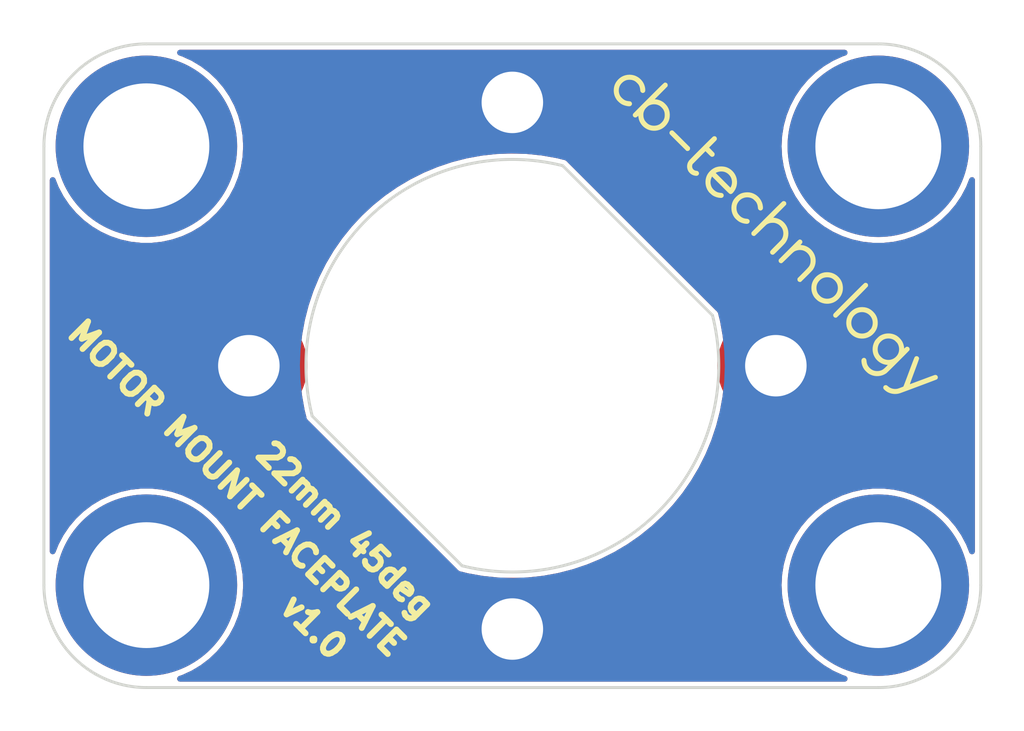
<source format=kicad_pcb>
(kicad_pcb (version 20221018) (generator pcbnew)
  (title_block (title "MOTOR MOUNT FACEPLATE 22mm 45deg") (date "2024-04-17") (rev "v1.0") (company "CB-TECHNOLOGY"))
  (layers (0 "F.Cu" signal) (31 "B.Cu" signal) (34 "B.Paste" user) (35 "F.Paste" user) (36 "B.SilkS" user "B.Silkscreen") (37 "F.SilkS" user "F.Silkscreen") (38 "B.Mask" user) (39 "F.Mask" user) (44 "Edge.Cuts" user))
  (net 0 "")
  (net 1 "GND")
  (footprint "MountingHole:MountingHole_2.2mm_M2_Pad_TopOnly" (layer "F.Cu") (at 209.000055 150 45)
    (fp_text reference "H10" hide)
    (fp_text value "MountingHole_Pad" hide)
    (pad "1" thru_hole circle (at 0 0 45) (size 2.6 2.6) (drill 2.1) (layers "*.Cu" "*.Mask") (net 1 "GND"))
    (pad "1" connect circle (at 0 0 45) (size 4 4) (layers "F.Cu" "F.Mask") (net 1 "GND"))
  )
  (footprint "MountingHole:MountingHole_2.2mm_M2_Pad_TopOnly" (layer "F.Cu") (at 190.999945 150 45)
    (fp_text reference "H6" hide)
    (fp_text value "MountingHole_Pad" hide)
    (pad "1" thru_hole circle (at 0 0 45) (size 2.6 2.6) (drill 2.1) (layers "*.Cu" "*.Mask") (net 1 "GND"))
    (pad "1" connect circle (at 0 0 45) (size 4 4) (layers "F.Cu" "F.Mask") (net 1 "GND"))
  )
  (footprint "M_Mechanical:PEM_M3" (layer "F.Cu") (at 187.5 142.5)
    (fp_text reference "M1" hide)
    (fp_text value "PEM_M3" hide)
    (pad "" np_thru_hole circle (at 0 0) (size 6.2 6.2) (drill 4.3) (layers "F&B.Cu" "*.Mask") (clearance 0.2))
  )
  (footprint "MountingHole:MountingHole_2.2mm_M2_Pad_TopOnly" (layer "F.Cu") (at 200 159.000055 45)
    (fp_text reference "H8" hide)
    (fp_text value "MountingHole_Pad" hide)
    (pad "1" thru_hole circle (at 0 0 45) (size 2.6 2.6) (drill 2.1) (layers "*.Cu" "*.Mask") (net 1 "GND"))
    (pad "1" connect circle (at 0 0 45) (size 3.5 3.5) (layers "F.Cu" "F.Mask") (net 1 "GND"))
  )
  (footprint "M_Mechanical:PEM_M3" (layer "F.Cu") (at 187.5 157.5)
    (fp_text reference "M3" hide)
    (fp_text value "PEM_M3" hide)
    (pad "" np_thru_hole circle (at 0 0) (size 6.2 6.2) (drill 4.3) (layers "F&B.Cu" "*.Mask") (clearance 0.2))
  )
  (footprint "LOGO" (layer "F.Cu") (at 208.9 145.5 -45)
    (fp_text reference "G***" hide)
    (fp_text value "LOGO" hide)
    (fp_poly (pts (xy -4.082202 -0.078916) (xy -4.061472 -0.05949) (xy -4.04828 -0.034516) (xy -4.043677 -0.00601) (xy -4.043684 -0.004982) (xy -4.048443 0.023298) (xy -4.062121 0.047332) (xy -4.0789 0.063268) (xy -4.097199 0.077227) (xy -4.501159 0.078315) (xy -4.574087 0.078505) (xy -4.637718 0.078647) (xy -4.69272 0.078727) (xy -4.739763 0.078731) (xy -4.779514 0.078647) (xy -4.812642 0.078459) (xy -4.839813 0.078156) (xy -4.861698 0.077723) (xy -4.878964 0.077146) (xy -4.892279 0.076411) (xy -4.902311 0.075506) (xy -4.909729 0.074417) (xy -4.9152 0.07313) (xy -4.919394 0.07163) (xy -4.922978 0.069906) (xy -4.923354 0.069707) (xy -4.946043 0.052672) (xy -4.961201 0.030913) (xy -4.968795 0.00627) (xy -4.968793 -0.019418) (xy -4.961162 -0.044312) (xy -4.94587 -0.066573) (xy -4.926041 -0.082529) (xy -4.922881 -0.08427) (xy -4.919099 -0.085788) (xy -4.914031 -0.087098) (xy -4.907012 -0.088216) (xy -4.897378 -0.089157) (xy -4.884464 -0.089935) (xy -4.867607 -0.090567) (xy -4.846141 -0.091068) (xy -4.819403 -0.091452) (xy -4.786728 -0.091735) (xy -4.747452 -0.091933) (xy -4.70091 -0.092061) (xy -4.646438 -0.092133) (xy -4.583373 -0.092165) (xy -4.511049 -0.092173) (xy -4.506168 -0.092173) (xy -4.102234 -0.092173)) (fill solid) (layer "F.SilkS"))
    (fp_poly (pts (xy 3.495223 -1.083969) (xy 3.513783 -1.076582) (xy 3.532611 -1.062839) (xy 3.548279 -1.045641) (xy 3.555646 -1.032829) (xy 3.556641 -1.025496) (xy 3.557565 -1.008879) (xy 3.558418 -0.983654) (xy 3.559201 -0.950498) (xy 3.559913 -0.910087) (xy 3.560554 -0.863098) (xy 3.561125 -0.810206) (xy 3.561626 -0.752089) (xy 3.562056 -0.689422) (xy 3.562416 -0.622883) (xy 3.562706 -0.553147) (xy 3.562926 -0.480891) (xy 3.563076 -0.406791) (xy 3.563155 -0.331525) (xy 3.563165 -0.255767) (xy 3.563104 -0.180195) (xy 3.562974 -0.105485) (xy 3.562774 -0.032314) (xy 3.562504 0.038643) (xy 3.562164 0.106708) (xy 3.561755 0.171206) (xy 3.561276 0.23146) (xy 3.560728 0.286793) (xy 3.56011 0.336529) (xy 3.559423 0.379992) (xy 3.558667 0.416505) (xy 3.557841 0.445392) (xy 3.556946 0.465976) (xy 3.555981 0.477582) (xy 3.555518 0.479711) (xy 3.540169 0.504109) (xy 3.519051 0.521276) (xy 3.493881 0.530562) (xy 3.466373 0.531316) (xy 3.439817 0.523618) (xy 3.417081 0.508269) (xy 3.401155 0.485827) (xy 3.393226 0.462861) (xy 3.392412 0.454204) (xy 3.391686 0.435586) (xy 3.39105 0.407009) (xy 3.390502 0.368475) (xy 3.390042 0.319986) (xy 3.389672 0.261546) (xy 3.38939 0.193156) (xy 3.389196 0.114819) (xy 3.389092 0.026538) (xy 3.389076 -0.071685) (xy 3.389149 -0.179848) (xy 3.389296 -0.288976) (xy 3.38946 -0.388527) (xy 3.389615 -0.478602) (xy 3.389769 -0.55969) (xy 3.389929 -0.632277) (xy 3.390104 -0.696853) (xy 3.3903 -0.753906) (xy 3.390525 -0.803924) (xy 3.390787 -0.847395) (xy 3.391094 -0.884809) (xy 3.391452 -0.916652) (xy 3.391869 -0.943414) (xy 3.392353 -0.965583) (xy 3.392912 -0.983647) (xy 3.393553 -0.998094) (xy 3.394283 -1.009413) (xy 3.395111 -1.018092) (xy 3.396043 -1.02462) (xy 3.397087 -1.029483) (xy 3.398251 -1.033172) (xy 3.399542 -1.036175) (xy 3.400885 -1.038819) (xy 3.41808 -1.061671) (xy 3.441129 -1.077355) (xy 3.46813 -1.084961)) (fill solid) (layer "F.SilkS"))
    (fp_poly (pts (xy 2.709459 -0.537545) (xy 2.778304 -0.52074) (xy 2.843724 -0.494597) (xy 2.905585 -0.459166) (xy 2.96375 -0.414491) (xy 2.983598 -0.396309) (xy 3.020991 -0.358062) (xy 3.051486 -0.320971) (xy 3.077271 -0.282104) (xy 3.099017 -0.241643) (xy 3.125489 -0.176623) (xy 3.143029 -0.108546) (xy 3.151632 -0.038677) (xy 3.151292 0.031717) (xy 3.142002 0.10137) (xy 3.123756 0.169016) (xy 3.101294 0.223797) (xy 3.065324 0.28747) (xy 3.02188 0.345181) (xy 2.971717 0.396331) (xy 2.915587 0.44032) (xy 2.854243 0.476546) (xy 2.788438 0.50441) (xy 2.727912 0.521434) (xy 2.69727 0.526352) (xy 2.6602 0.529583) (xy 2.620005 0.531072) (xy 2.579987 0.530763) (xy 2.543447 0.528601) (xy 2.516115 0.524997) (xy 2.445465 0.50694) (xy 2.378706 0.479875) (xy 2.31639 0.444183) (xy 2.25907 0.400243) (xy 2.207298 0.348436) (xy 2.161625 0.289143) (xy 2.151601 0.273792) (xy 2.119508 0.213898) (xy 2.095913 0.150091) (xy 2.080769 0.083542) (xy 2.074024 0.015422) (xy 2.07481 -0.018123) (xy 2.247073 -0.018123) (xy 2.249528 0.037533) (xy 2.259307 0.09151) (xy 2.276285 0.141205) (xy 2.277407 0.143723) (xy 2.30499 0.193362) (xy 2.340349 0.238591) (xy 2.38213 0.278253) (xy 2.428978 0.311191) (xy 2.479539 0.336246) (xy 2.517229 0.348689) (xy 2.55226 0.355166) (xy 2.592876 0.358364) (xy 2.635249 0.358276) (xy 2.67555 0.354893) (xy 2.706631 0.349091) (xy 2.760732 0.330232) (xy 2.811194 0.302739) (xy 2.856977 0.267599) (xy 2.897041 0.225798) (xy 2.930344 0.178323) (xy 2.955846 0.12616) (xy 2.96305 0.106015) (xy 2.973611 0.061366) (xy 2.978628 0.012142) (xy 2.977967 -0.037865) (xy 2.971495 -0.084864) (xy 2.969998 -0.091489) (xy 2.951589 -0.14746) (xy 2.924447 -0.199703) (xy 2.889461 -0.247083) (xy 2.847517 -0.288463) (xy 2.799506 -0.32271) (xy 2.781048 -0.333) (xy 2.745557 -0.349459) (xy 2.711121 -0.360825) (xy 2.674096 -0.368056) (xy 2.63308 -0.371979) (xy 2.580965 -0.37162) (xy 2.529923 -0.364535) (xy 2.483173 -0.351217) (xy 2.473735 -0.34748) (xy 2.424053 -0.321545) (xy 2.378006 -0.287526) (xy 2.336966 -0.24689) (xy 2.302306 -0.201104) (xy 2.275397 -0.151634) (xy 2.264628 -0.124066) (xy 2.252065 -0.072857) (xy 2.247073 -0.018123) (xy 2.07481 -0.018123) (xy 2.07563 -0.053097) (xy 2.085537 -0.120844) (xy 2.103695 -0.186648) (xy 2.130054 -0.249336) (xy 2.164565 -0.307739) (xy 2.176962 -0.324856) (xy 2.226129 -0.381938) (xy 2.280638 -0.430986) (xy 2.339949 -0.471694) (xy 2.403523 -0.503759) (xy 2.470822 -0.526873) (xy 2.541305 -0.540732) (xy 2.562039 -0.542956) (xy 2.637326 -0.544966)) (fill solid) (layer "F.SilkS"))
    (fp_poly (pts (xy 4.370439 -0.540174) (xy 4.438352 -0.527938) (xy 4.50183 -0.507144) (xy 4.561693 -0.477464) (xy 4.618758 -0.438571) (xy 4.668255 -0.395559) (xy 4.717813 -0.342765) (xy 4.757999 -0.288102) (xy 4.789382 -0.230415) (xy 4.812528 -0.168547) (xy 4.828007 -0.10134) (xy 4.833826 -0.058189) (xy 4.836367 0.01346) (xy 4.829335 0.083836) (xy 4.813112 0.152145) (xy 4.788078 0.217594) (xy 4.754613 0.279389) (xy 4.7131 0.336736) (xy 4.663917 0.388842) (xy 4.607447 0.434914) (xy 4.592222 0.445405) (xy 4.531014 0.480221) (xy 4.465461 0.506397) (xy 4.396514 0.523735) (xy 4.325122 0.532035) (xy 4.252236 0.531099) (xy 4.20739 0.525899) (xy 4.138931 0.510267) (xy 4.073414 0.485191) (xy 4.011171 0.450846) (xy 3.952536 0.407407) (xy 3.916024 0.373886) (xy 3.867398 0.31876) (xy 3.827453 0.259072) (xy 3.79635 0.195423) (xy 3.774249 0.128415) (xy 3.761309 0.05865) (xy 3.759218 0.017078) (xy 3.931609 0.017078) (xy 3.936779 0.063133) (xy 3.94038 0.079872) (xy 3.95923 0.135745) (xy 3.986304 0.187481) (xy 4.020703 0.234152) (xy 4.061527 0.274833) (xy 4.107878 0.308596) (xy 4.158857 0.334514) (xy 4.201192 0.348672) (xy 4.236304 0.355164) (xy 4.276991 0.358367) (xy 4.319422 0.358272) (xy 4.359761 0.354871) (xy 4.390664 0.349091) (xy 4.445276 0.330096) (xy 4.496019 0.302475) (xy 4.541934 0.267134) (xy 4.582061 0.224976) (xy 4.615443 0.176906) (xy 4.64112 0.123829) (xy 4.647158 0.107121) (xy 4.652449 0.090398) (xy 4.656134 0.075626) (xy 4.658503 0.060342) (xy 4.659844 0.042086) (xy 4.660446 0.018393) (xy 4.660592 -0.007473) (xy 4.660502 -0.037234) (xy 4.659934 -0.05945) (xy 4.658596 -0.076541) (xy 4.656197 -0.090924) (xy 4.652444 -0.105019) (xy 4.647047 -0.121244) (xy 4.646776 -0.122019) (xy 4.622504 -0.177107) (xy 4.590592 -0.226709) (xy 4.551923 -0.270192) (xy 4.507379 -0.306919) (xy 4.457842 -0.336255) (xy 4.404196 -0.357564) (xy 4.347322 -0.370211) (xy 4.297274 -0.373676) (xy 4.238514 -0.368858) (xy 4.182141 -0.354853) (xy 4.129083 -0.332328) (xy 4.080268 -0.301953) (xy 4.036623 -0.264396) (xy 3.999077 -0.220327) (xy 3.968558 -0.170414) (xy 3.948192 -0.122019) (xy 3.937461 -0.079256) (xy 3.931885 -0.031638) (xy 3.931609 0.017078) (xy 3.759218 0.017078) (xy 3.757691 -0.013271) (xy 3.763554 -0.086746) (xy 3.776467 -0.151369) (xy 3.797433 -0.213449) (xy 3.827963 -0.273565) (xy 3.867767 -0.331247) (xy 3.916557 -0.386024) (xy 3.926293 -0.395559) (xy 3.981543 -0.442999) (xy 4.038858 -0.48093) (xy 4.099054 -0.509682) (xy 4.162951 -0.529583) (xy 4.231365 -0.540959) (xy 4.297274 -0.544179)) (fill solid) (layer "F.SilkS"))
    (fp_poly (pts (xy -3.706204 -0.975633) (xy -3.681161 -0.96739) (xy -3.659475 -0.952667) (xy -3.643649 -0.932324) (xy -3.642573 -0.930196) (xy -3.639834 -0.924152) (xy -3.63762 -0.91778) (xy -3.635877 -0.910003) (xy -3.634546 -0.899743) (xy -3.633574 -0.885923) (xy -3.632904 -0.867466) (xy -3.632481 -0.843293) (xy -3.632248 -0.812328) (xy -3.632149 -0.773493) (xy -3.63213 -0.728642) (xy -3.63213 -0.548661) (xy -3.501343 -0.547114) (xy -3.461516 -0.546596) (xy -3.430371 -0.546029) (xy -3.406629 -0.545311) (xy -3.389008 -0.544342) (xy -3.376227 -0.543017) (xy -3.367005 -0.541237) (xy -3.360062 -0.538899) (xy -3.354115 -0.5359) (xy -3.353136 -0.535332) (xy -3.331182 -0.517337) (xy -3.316567 -0.494633) (xy -3.309647 -0.469201) (xy -3.31078 -0.44302) (xy -3.320324 -0.418072) (xy -3.32962 -0.405212) (xy -3.337968 -0.396165) (xy -3.34615 -0.389034) (xy -3.355433 -0.383593) (xy -3.367085 -0.379614) (xy -3.382371 -0.376869) (xy -3.402558 -0.37513) (xy -3.428914 -0.37417) (xy -3.462703 -0.373761) (xy -3.505064 -0.373676) (xy -3.632417 -0.373676) (xy -3.631028 -0.061033) (xy -3.629639 0.251609) (xy -3.616173 0.277135) (xy -3.604288 0.295434) (xy -3.58877 0.31404) (xy -3.579775 0.322848) (xy -3.549264 0.343412) (xy -3.515206 0.355515) (xy -3.479281 0.359178) (xy -3.443171 0.354422) (xy -3.408555 0.34127) (xy -3.377705 0.320257) (xy -3.359788 0.306085) (xy -3.344281 0.298035) (xy -3.327253 0.294538) (xy -3.311833 0.293959) (xy -3.283661 0.298358) (xy -3.259928 0.310682) (xy -3.241984 0.329622) (xy -3.231174 0.353868) (xy -3.22856 0.374906) (xy -3.231109 0.39934) (xy -3.23958 0.42053) (xy -3.255211 0.440698) (xy -3.275394 0.458976) (xy -3.322462 0.491075) (xy -3.37342 0.514254) (xy -3.427264 0.528271) (xy -3.482991 0.532888) (xy -3.539596 0.527861) (xy -3.552412 0.525364) (xy -3.588139 0.514466) (xy -3.626049 0.497397) (xy -3.662487 0.476058) (xy -3.693799 0.452352) (xy -3.695422 0.450909) (xy -3.73471 0.409126) (xy -3.765487 0.362244) (xy -3.787513 0.310718) (xy -3.800549 0.255002) (xy -3.801362 0.249118) (xy -3.802135 0.238179) (xy -3.802845 0.218316) (xy -3.80349 0.190307) (xy -3.804071 0.154931) (xy -3.804589 0.112966) (xy -3.805042 0.065189) (xy -3.805431 0.012379) (xy -3.805756 -0.044686) (xy -3.806017 -0.105227) (xy -3.806214 -0.168467) (xy -3.806348 -0.233627) (xy -3.806417 -0.299929) (xy -3.806423 -0.366594) (xy -3.806365 -0.432846) (xy -3.806243 -0.497905) (xy -3.806058 -0.560993) (xy -3.805809 -0.621333) (xy -3.805496 -0.678145) (xy -3.805119 -0.730652) (xy -3.80468 -0.778075) (xy -3.804176 -0.819637) (xy -3.803609 -0.854559) (xy -3.802979 -0.882062) (xy -3.802285 -0.90137) (xy -3.801528 -0.911703) (xy -3.80131 -0.91286) (xy -3.790882 -0.935656) (xy -3.774292 -0.956038) (xy -3.756343 -0.969245) (xy -3.732099 -0.976538)) (fill solid) (layer "F.SilkS"))
    (fp_poly (pts (xy -6.841393 -0.538151) (xy -6.772859 -0.521801) (xy -6.726167 -0.504572) (xy -6.662036 -0.47272) (xy -6.606354 -0.435629) (xy -6.559145 -0.393314) (xy -6.555923 -0.389905) (xy -6.537325 -0.365089) (xy -6.528382 -0.340275) (xy -6.528841 -0.314399) (xy -6.533875 -0.296991) (xy -6.54755 -0.271983) (xy -6.56664 -0.255128) (xy -6.591708 -0.246055) (xy -6.614064 -0.244135) (xy -6.631332 -0.245054) (xy -6.645864 -0.24864) (xy -6.660291 -0.256136) (xy -6.677245 -0.268783) (xy -6.690969 -0.280445) (xy -6.738669 -0.316651) (xy -6.788831 -0.343889) (xy -6.823323 -0.357169) (xy -6.841483 -0.362751) (xy -6.857779 -0.366531) (xy -6.875019 -0.368865) (xy -6.896012 -0.370105) (xy -6.923567 -0.370605) (xy -6.930443 -0.370649) (xy -6.970713 -0.369931) (xy -7.004164 -0.36692) (xy -7.033794 -0.361018) (xy -7.062604 -0.351628) (xy -7.093593 -0.338151) (xy -7.0936 -0.338148) (xy -7.132224 -0.315665) (xy -7.170487 -0.285871) (xy -7.206201 -0.250972) (xy -7.237177 -0.213173) (xy -7.261227 -0.174679) (xy -7.26647 -0.16397) (xy -7.28474 -0.113555) (xy -7.295707 -0.059563) (xy -7.299349 -0.004106) (xy -7.295649 0.050706) (xy -7.284588 0.10276) (xy -7.269261 0.143521) (xy -7.240143 0.194906) (xy -7.203688 0.241225) (xy -7.161171 0.281145) (xy -7.113871 0.313332) (xy -7.09924 0.32113) (xy -7.061963 0.337887) (xy -7.026689 0.349215) (xy -6.990345 0.355723) (xy -6.949855 0.358019) (xy -6.916118 0.357394) (xy -6.865108 0.352882) (xy -6.820293 0.343261) (xy -6.779203 0.327559) (xy -6.73937 0.304802) (xy -6.698324 0.274018) (xy -6.692792 0.269394) (xy -6.675502 0.255424) (xy -6.659557 0.243652) (xy -6.647449 0.235873) (xy -6.64389 0.234145) (xy -6.619476 0.229559) (xy -6.59361 0.232427) (xy -6.569277 0.241801) (xy -6.549459 0.256733) (xy -6.541814 0.266566) (xy -6.530839 0.293115) (xy -6.528647 0.321387) (xy -6.535364 0.348706) (xy -6.53774 0.353729) (xy -6.55265 0.374975) (xy -6.575608 0.39787) (xy -6.60505 0.421438) (xy -6.639411 0.444706) (xy -6.677128 0.466698) (xy -6.716635 0.486438) (xy -6.756369 0.502951) (xy -6.794765 0.515263) (xy -6.798411 0.516211) (xy -6.835836 0.523623) (xy -6.878752 0.528716) (xy -6.923844 0.531345) (xy -6.967796 0.531367) (xy -7.007292 0.528637) (xy -7.025108 0.526057) (xy -7.096114 0.508798) (xy -7.161691 0.483381) (xy -7.222593 0.449412) (xy -7.279575 0.406493) (xy -7.313994 0.374487) (xy -7.362584 0.32019) (xy -7.401738 0.263846) (xy -7.431917 0.204567) (xy -7.453583 0.141462) (xy -7.466137 0.080971) (xy -7.472858 0.005324) (xy -7.469962 -0.067938) (xy -7.457558 -0.13849) (xy -7.435754 -0.206006) (xy -7.404659 -0.270162) (xy -7.364381 -0.330635) (xy -7.315028 -0.387098) (xy -7.306934 -0.39512) (xy -7.251472 -0.442314) (xy -7.191058 -0.480936) (xy -7.126184 -0.510758) (xy -7.057345 -0.531554) (xy -6.986009 -0.543004) (xy -6.912719 -0.545259)) (fill solid) (layer "F.SilkS"))
    (fp_poly (pts (xy -1.164431 -0.538597) (xy -1.097479 -0.523654) (xy -1.032827 -0.500402) (xy -0.971484 -0.468904) (xy -0.91446 -0.429224) (xy -0.889873 -0.408164) (xy -0.869523 -0.388033) (xy -0.856377 -0.370623) (xy -0.849103 -0.353515) (xy -0.846367 -0.334293) (xy -0.846237 -0.329033) (xy -0.849911 -0.298886) (xy -0.861211 -0.275046) (xy -0.879786 -0.25789) (xy -0.905281 -0.2478) (xy -0.924013 -0.245281) (xy -0.940739 -0.245035) (xy -0.954898 -0.247045) (xy -0.968585 -0.252294) (xy -0.983889 -0.261765) (xy -1.002905 -0.276442) (xy -1.019069 -0.289935) (xy -1.061545 -0.320513) (xy -1.109293 -0.345534) (xy -1.155904 -0.362241) (xy -1.175199 -0.366511) (xy -1.19737 -0.369204) (xy -1.22486 -0.370526) (xy -1.255551 -0.37072) (xy -1.284919 -0.370294) (xy -1.307148 -0.3692) (xy -1.325057 -0.367082) (xy -1.341467 -0.363584) (xy -1.359197 -0.358349) (xy -1.362776 -0.357185) (xy -1.41712 -0.334357) (xy -1.466239 -0.303762) (xy -1.509529 -0.26635) (xy -1.546387 -0.223071) (xy -1.576209 -0.174877) (xy -1.598392 -0.122716) (xy -1.612333 -0.06754) (xy -1.617428 -0.010299) (xy -1.614387 0.039006) (xy -1.603851 0.09341) (xy -1.586898 0.141854) (xy -1.562486 0.18653) (xy -1.529572 0.229629) (xy -1.517124 0.243392) (xy -1.474742 0.282744) (xy -1.428879 0.314445) (xy -1.38108 0.337474) (xy -1.368304 0.341988) (xy -1.327617 0.351899) (xy -1.281886 0.357458) (xy -1.234807 0.35853) (xy -1.190076 0.35498) (xy -1.16141 0.349491) (xy -1.105837 0.330917) (xy -1.05692 0.304967) (xy -1.027993 0.283575) (xy -1.003493 0.263497) (xy -0.984469 0.249234) (xy -0.969155 0.239753) (xy -0.955788 0.234024) (xy -0.9426 0.231016) (xy -0.936885 0.230334) (xy -0.908177 0.232014) (xy -0.8835 0.242098) (xy -0.864114 0.259422) (xy -0.851281 0.282816) (xy -0.846261 0.311115) (xy -0.846238 0.314228) (xy -0.85025 0.341013) (xy -0.862364 0.365786) (xy -0.883354 0.389966) (xy -0.891578 0.397387) (xy -0.951249 0.442669) (xy -1.014713 0.47914) (xy -1.081254 0.50642) (xy -1.11502 0.516382) (xy -1.146632 0.52274) (xy -1.184451 0.527539) (xy -1.22527 0.530609) (xy -1.265882 0.531778) (xy -1.303079 0.530876) (xy -1.332355 0.527942) (xy -1.402004 0.512017) (xy -1.468653 0.486987) (xy -1.531452 0.453477) (xy -1.589552 0.41211) (xy -1.642103 0.363513) (xy -1.688256 0.30831) (xy -1.727162 0.247125) (xy -1.735382 0.231511) (xy -1.758446 0.179068) (xy -1.774577 0.125737) (xy -1.784189 0.069432) (xy -1.787695 0.008066) (xy -1.787122 -0.029894) (xy -1.78431 -0.07613) (xy -1.779199 -0.115859) (xy -1.7711 -0.152405) (xy -1.759322 -0.189095) (xy -1.748231 -0.217336) (xy -1.724457 -0.2649) (xy -1.693002 -0.313254) (xy -1.655683 -0.360173) (xy -1.614318 -0.403433) (xy -1.570724 -0.440811) (xy -1.557961 -0.450206) (xy -1.498391 -0.486452) (xy -1.435068 -0.514007) (xy -1.369002 -0.532936) (xy -1.301202 -0.543302) (xy -1.232675 -0.545168)) (fill solid) (layer "F.SilkS"))
    (fp_poly (pts (xy -2.43979 -0.541985) (xy -2.370905 -0.529523) (xy -2.304373 -0.508469) (xy -2.241377 -0.478937) (xy -2.199932 -0.453225) (xy -2.141337 -0.406953) (xy -2.090485 -0.354718) (xy -2.047692 -0.297072) (xy -2.013279 -0.234564) (xy -1.987565 -0.167746) (xy -1.970868 -0.097167) (xy -1.964859 -0.047719) (xy -1.963422 -0.016832) (xy -1.96485 0.006643) (xy -1.969604 0.024962) (xy -1.978143 0.040382) (xy -1.984387 0.048181) (xy -1.98909 0.053676) (xy -1.993366 0.058493) (xy -1.997864 0.062679) (xy -2.003235 0.066276) (xy -2.01013 0.069329) (xy -2.019199 0.071883) (xy -2.031092 0.073982) (xy -2.046461 0.07567) (xy -2.065956 0.076993) (xy -2.090227 0.077993) (xy -2.119925 0.078716) (xy -2.1557 0.079207) (xy -2.198204 0.079508) (xy -2.248086 0.079666) (xy -2.305997 0.079724) (xy -2.372587 0.079726) (xy -2.446507 0.079718) (xy -2.860538 0.079718) (xy -2.857076 0.090928) (xy -2.833967 0.150382) (xy -2.803457 0.203323) (xy -2.76574 0.249522) (xy -2.72101 0.28875) (xy -2.66946 0.320776) (xy -2.658648 0.326153) (xy -2.618521 0.342446) (xy -2.577389 0.352826) (xy -2.532176 0.357932) (xy -2.501625 0.358729) (xy -2.442196 0.354706) (xy -2.387753 0.342392) (xy -2.33724 0.321421) (xy -2.289602 0.291429) (xy -2.275293 0.280275) (xy -2.252369 0.261826) (xy -2.235308 0.248842) (xy -2.222452 0.240254) (xy -2.21214 0.234994) (xy -2.202714 0.231992) (xy -2.199149 0.231246) (xy -2.170717 0.230385) (xy -2.144922 0.237949) (xy -2.1233 0.252705) (xy -2.107385 0.27342) (xy -2.098714 0.298862) (xy -2.097575 0.312803) (xy -2.099598 0.334168) (xy -2.106513 0.353106) (xy -2.119559 0.371839) (xy -2.13998 0.392594) (xy -2.144276 0.396485) (xy -2.198753 0.438907) (xy -2.259356 0.474758) (xy -2.323857 0.50289) (xy -2.386543 0.521381) (xy -2.401515 0.523842) (xy -2.422986 0.526194) (xy -2.448663 0.528312) (xy -2.476251 0.530072) (xy -2.503456 0.531349) (xy -2.527983 0.532021) (xy -2.547538 0.531962) (xy -2.559826 0.531047) (xy -2.560926 0.530823) (xy -2.569286 0.529177) (xy -2.584399 0.526505) (xy -2.603177 0.523349) (xy -2.605486 0.522971) (xy -2.6679 0.50788) (xy -2.728656 0.483768) (xy -2.786753 0.451558) (xy -2.841189 0.41217) (xy -2.890961 0.366529) (xy -2.935068 0.315554) (xy -2.972509 0.26017) (xy -3.002282 0.201297) (xy -3.023384 0.139859) (xy -3.023925 0.137785) (xy -3.036909 0.069438) (xy -3.041489 -0.00075) (xy -3.037808 -0.070959) (xy -3.033719 -0.094664) (xy -2.859063 -0.094664) (xy -2.503132 -0.094664) (xy -2.147201 -0.094664) (xy -2.150371 -0.108366) (xy -2.156414 -0.127517) (xy -2.166263 -0.151477) (xy -2.178293 -0.176695) (xy -2.190885 -0.199621) (xy -2.195331 -0.206767) (xy -2.2295 -0.251806) (xy -2.269282 -0.289781) (xy -2.316007 -0.321837) (xy -2.349176 -0.339303) (xy -2.4022 -0.359224) (xy -2.458173 -0.370375) (xy -2.51548 -0.372825) (xy -2.572505 -0.36664) (xy -2.627633 -0.351889) (xy -2.679249 -0.32864) (xy -2.685228 -0.325225) (xy -2.7279 -0.295521) (xy -2.767148 -0.25905) (xy -2.801479 -0.217687) (xy -2.829402 -0.173308) (xy -2.849426 -0.127788) (xy -2.853963 -0.113134) (xy -2.859063 -0.094664) (xy -3.033719 -0.094664) (xy -3.026007 -0.139369) (xy -3.006229 -0.204159) (xy -2.995131 -0.230843) (xy -2.966792 -0.282991) (xy -2.930181 -0.334054) (xy -2.886974 -0.382398) (xy -2.838849 -0.426389) (xy -2.787484 -0.464392) (xy -2.734554 -0.494773) (xy -2.715268 -0.503602) (xy -2.648769 -0.526663) (xy -2.579903 -0.540671) (xy -2.50985 -0.54574)) (fill solid) (layer "F.SilkS"))
    (fp_poly (pts (xy 1.365648 -0.541003) (xy 1.433292 -0.528108) (xy 1.498697 -0.506524) (xy 1.523858 -0.495481) (xy 1.586316 -0.460785) (xy 1.643242 -0.41868) (xy 1.693981 -0.370035) (xy 1.737875 -0.315722) (xy 1.774268 -0.256609) (xy 1.802504 -0.193565) (xy 1.821927 -0.127462) (xy 1.828342 -0.092055) (xy 1.829833 -0.076172) (xy 1.831023 -0.051401) (xy 1.831913 -0.017563) (xy 1.832506 0.025519) (xy 1.832805 0.078023) (xy 1.832812 0.140127) (xy 1.832529 0.212009) (xy 1.832516 0.214241) (xy 1.831012 0.480797) (xy 1.819049 0.49757) (xy 1.802229 0.513951) (xy 1.779739 0.526326) (xy 1.755686 0.532615) (xy 1.749131 0.533002) (xy 1.724145 0.528609) (xy 1.700441 0.516408) (xy 1.68138 0.498338) (xy 1.676489 0.491091) (xy 1.664104 0.469957) (xy 1.664104 0.225374) (xy 1.66402 0.158981) (xy 1.663693 0.101637) (xy 1.663011 0.052426) (xy 1.661863 0.010434) (xy 1.660137 -0.025254) (xy 1.657722 -0.055553) (xy 1.654505 -0.081379) (xy 1.650375 -0.103646) (xy 1.645221 -0.123269) (xy 1.63893 -0.141163) (xy 1.631391 -0.158244) (xy 1.622492 -0.175426) (xy 1.613177 -0.19182) (xy 1.594596 -0.218822) (xy 1.569856 -0.247959) (xy 1.541556 -0.276632) (xy 1.512293 -0.302245) (xy 1.484668 -0.322201) (xy 1.479671 -0.325225) (xy 1.429173 -0.34915) (xy 1.375047 -0.364843) (xy 1.318853 -0.372329) (xy 1.262153 -0.371635) (xy 1.20651 -0.362788) (xy 1.153483 -0.345815) (xy 1.104636 -0.32074) (xy 1.10164 -0.318829) (xy 1.052569 -0.28146) (xy 1.010833 -0.237705) (xy 0.976994 -0.188204) (xy 0.96407 -0.163326) (xy 0.957012 -0.14831) (xy 0.951003 -0.134924) (xy 0.945947 -0.122246) (xy 0.941753 -0.109353) (xy 0.938328 -0.095321) (xy 0.935578 -0.079226) (xy 0.93341 -0.060146) (xy 0.931733 -0.037158) (xy 0.930452 -0.009337) (xy 0.929475 0.024238) (xy 0.928709 0.064492) (xy 0.928061 0.112348) (xy 0.927437 0.168729) (xy 0.927065 0.204277) (xy 0.926436 0.263283) (xy 0.925857 0.313156) (xy 0.925293 0.354725) (xy 0.924706 0.388822) (xy 0.924059 0.416276) (xy 0.923314 0.437918) (xy 0.922436 0.454579) (xy 0.921385 0.467089) (xy 0.920127 0.476279) (xy 0.918622 0.482979) (xy 0.916835 0.48802) (xy 0.914728 0.492232) (xy 0.914147 0.493253) (xy 0.900128 0.509327) (xy 0.879953 0.522663) (xy 0.857408 0.531161) (xy 0.842207 0.533107) (xy 0.82661 0.530807) (xy 0.808813 0.525051) (xy 0.80327 0.522556) (xy 0.781028 0.506127) (xy 0.769639 0.490982) (xy 0.757317 0.469957) (xy 0.757317 -0.004334) (xy 0.75731 -0.085496) (xy 0.757312 -0.157295) (xy 0.757356 -0.220333) (xy 0.757478 -0.275214) (xy 0.757711 -0.322539) (xy 0.758089 -0.362909) (xy 0.758646 -0.396929) (xy 0.759416 -0.425198) (xy 0.760434 -0.448321) (xy 0.761733 -0.466898) (xy 0.763348 -0.481532) (xy 0.765313 -0.492825) (xy 0.767661 -0.50138) (xy 0.770427 -0.507798) (xy 0.773645 -0.512682) (xy 0.777349 -0.516634) (xy 0.781573 -0.520256) (xy 0.786351 -0.52415) (xy 0.78676 -0.524493) (xy 0.811601 -0.539479) (xy 0.838433 -0.545317) (xy 0.865445 -0.542001) (xy 0.890825 -0.529524) (xy 0.896775 -0.524913) (xy 0.910912 -0.510843) (xy 0.919966 -0.495495) (xy 0.924895 -0.476246) (xy 0.926658 -0.450477) (xy 0.926717 -0.443068) (xy 0.926851 -0.423187) (xy 0.927553 -0.411625) (xy 0.929269 -0.406737) (xy 0.932444 -0.406878) (xy 0.935911 -0.40919) (xy 0.944011 -0.4153) (xy 0.957524 -0.425582) (xy 0.973959 -0.438137) (xy 0.979507 -0.442386) (xy 1.035556 -0.479191) (xy 1.096518 -0.508003) (xy 1.1612 -0.528707) (xy 1.22841 -0.541186) (xy 1.296957 -0.545323)) (fill solid) (layer "F.SilkS"))
    (fp_poly (pts (xy -0.463209 -1.08477) (xy -0.441057 -1.079024) (xy -0.422565 -1.067242) (xy -0.405147 -1.048031) (xy -0.391114 -1.029636) (xy -0.389759 -0.716465) (xy -0.388404 -0.403294) (xy -0.358859 -0.4272) (xy -0.299305 -0.469166) (xy -0.235735 -0.502087) (xy -0.168585 -0.525832) (xy -0.098289 -0.540271) (xy -0.025282 -0.545275) (xy 0.028464 -0.542984) (xy 0.100813 -0.531831) (xy 0.169429 -0.511458) (xy 0.23407 -0.481978) (xy 0.294496 -0.443504) (xy 0.350467 -0.396147) (xy 0.357998 -0.38875) (xy 0.407569 -0.332786) (xy 0.447877 -0.273228) (xy 0.479032 -0.209852) (xy 0.501148 -0.142438) (xy 0.512821 -0.082536) (xy 0.514058 -0.068343) (xy 0.51516 -0.044975) (xy 0.516112 -0.013218) (xy 0.516901 0.026139) (xy 0.517511 0.072308) (xy 0.517929 0.124501) (xy 0.518141 0.181932) (xy 0.518164 0.209779) (xy 0.518156 0.268807) (xy 0.518078 0.318721) (xy 0.517851 0.36037) (xy 0.517394 0.394605) (xy 0.516629 0.422277) (xy 0.515476 0.444235) (xy 0.513855 0.461331) (xy 0.511687 0.474413) (xy 0.508891 0.484334) (xy 0.505388 0.491941) (xy 0.5011 0.498087) (xy 0.495945 0.503622) (xy 0.490129 0.509128) (xy 0.466603 0.52485) (xy 0.440294 0.532007) (xy 0.413335 0.530688) (xy 0.387856 0.520979) (xy 0.366975 0.504077) (xy 0.362094 0.498364) (xy 0.357965 0.492335) (xy 0.354524 0.485149) (xy 0.351708 0.475966) (xy 0.349453 0.463943) (xy 0.347695 0.44824) (xy 0.346371 0.428015) (xy 0.345417 0.402427) (xy 0.344769 0.370636) (xy 0.344365 0.331799) (xy 0.34414 0.285076) (xy 0.34403 0.229625) (xy 0.344001 0.200278) (xy 0.343911 0.14133) (xy 0.343735 0.091447) (xy 0.343446 0.049729) (xy 0.343019 0.015275) (xy 0.342428 -0.012813) (xy 0.341648 -0.035437) (xy 0.340653 -0.053497) (xy 0.339418 -0.067891) (xy 0.337916 -0.07952) (xy 0.336122 -0.089284) (xy 0.335704 -0.09119) (xy 0.318643 -0.14492) (xy 0.292917 -0.195513) (xy 0.259586 -0.241858) (xy 0.219711 -0.282849) (xy 0.174353 -0.317378) (xy 0.124573 -0.344337) (xy 0.077227 -0.361114) (xy 0.058556 -0.365024) (xy 0.034085 -0.368621) (xy 0.007978 -0.371334) (xy -0.002695 -0.372085) (xy -0.054881 -0.371965) (xy -0.103353 -0.364759) (xy -0.151269 -0.349826) (xy -0.184264 -0.335361) (xy -0.205579 -0.324562) (xy -0.22293 -0.314221) (xy -0.238912 -0.302403) (xy -0.256121 -0.287172) (xy -0.277152 -0.266593) (xy -0.279102 -0.264633) (xy -0.309704 -0.231586) (xy -0.333444 -0.200204) (xy -0.352229 -0.167424) (xy -0.367971 -0.130186) (xy -0.37426 -0.112102) (xy -0.376743 -0.104386) (xy -0.378852 -0.096893) (xy -0.380625 -0.08875) (xy -0.382102 -0.079086) (xy -0.383323 -0.067029) (xy -0.384329 -0.051706) (xy -0.385158 -0.032247) (xy -0.38585 -0.007778) (xy -0.386446 0.022572) (xy -0.386984 0.059676) (xy -0.387505 0.104404) (xy -0.388049 0.157629) (xy -0.388453 0.199294) (xy -0.389163 0.265544) (xy -0.389933 0.322238) (xy -0.390774 0.369788) (xy -0.391698 0.408603) (xy -0.392717 0.439092) (xy -0.393844 0.461666) (xy -0.395091 0.476734) (xy -0.39647 0.484706) (xy -0.396913 0.485779) (xy -0.414937 0.508123) (xy -0.437947 0.523704) (xy -0.46385 0.531812) (xy -0.490555 0.531738) (xy -0.512072 0.524836) (xy -0.534262 0.508738) (xy -0.551002 0.486259) (xy -0.557803 0.469432) (xy -0.558512 0.461921) (xy -0.55917 0.445129) (xy -0.559778 0.419738) (xy -0.560336 0.386431) (xy -0.560843 0.34589) (xy -0.561301 0.298799) (xy -0.561707 0.24584) (xy -0.562064 0.187697) (xy -0.56237 0.125051) (xy -0.562627 0.058585) (xy -0.562832 -0.011017) (xy -0.562988 -0.083072) (xy -0.563093 -0.156899) (xy -0.563148 -0.231813) (xy -0.563153 -0.307133) (xy -0.563107 -0.382176) (xy -0.563011 -0.456258) (xy -0.562865 -0.528697) (xy -0.562669 -0.59881) (xy -0.562422 -0.665915) (xy -0.562125 -0.729328) (xy -0.561778 -0.788367) (xy -0.561381 -0.842349) (xy -0.560933 -0.89059) (xy -0.560435 -0.932409) (xy -0.559886 -0.967123) (xy -0.559288 -0.994048) (xy -0.558639 -1.012503) (xy -0.55794 -1.021803) (xy -0.557803 -1.022471) (xy -0.546077 -1.047224) (xy -0.527211 -1.066898) (xy -0.503327 -1.080099) (xy -0.476546 -1.085428)) (fill solid) (layer "F.SilkS"))
    (fp_poly (pts (xy -6.183935 -1.083691) (xy -6.159111 -1.073897) (xy -6.137648 -1.056016) (xy -6.12986 -1.045807) (xy -6.115829 -1.02461) (xy -6.114405 -0.713857) (xy -6.11298 -0.403105) (xy -6.086259 -0.425934) (xy -6.037594 -0.461781) (xy -5.982 -0.492653) (xy -5.921715 -0.517481) (xy -5.858976 -0.535196) (xy -5.856193 -0.535795) (xy -5.820914 -0.541119) (xy -5.779377 -0.543917) (xy -5.734956 -0.544222) (xy -5.691024 -0.542063) (xy -5.650956 -0.537471) (xy -5.631066 -0.53376) (xy -5.563812 -0.514275) (xy -5.501141 -0.486494) (xy -5.442282 -0.449982) (xy -5.386461 -0.404304) (xy -5.365697 -0.384262) (xy -5.318335 -0.331343) (xy -5.280293 -0.276879) (xy -5.250926 -0.21951) (xy -5.229591 -0.157876) (xy -5.215643 -0.090617) (xy -5.211683 -0.058915) (xy -5.209058 0.01414) (xy -5.216245 0.085756) (xy -5.233168 0.155509) (xy -5.259751 0.222977) (xy -5.263972 0.231679) (xy -5.300003 0.293565) (xy -5.343257 0.349353) (xy -5.392884 0.398606) (xy -5.448036 0.440884) (xy -5.507861 0.475749) (xy -5.571512 0.502762) (xy -5.638138 0.521482) (xy -5.706889 0.531473) (xy -5.776917 0.532294) (xy -5.833593 0.526003) (xy -5.898785 0.511719) (xy -5.957758 0.491313) (xy -6.012833 0.463803) (xy -6.066327 0.428207) (xy -6.068497 0.426578) (xy -6.110847 0.394656) (xy -6.114218 0.433529) (xy -6.118139 0.462755) (xy -6.124776 0.484595) (xy -6.135219 0.501493) (xy -6.150555 0.515894) (xy -6.15106 0.516281) (xy -6.171761 0.526869) (xy -6.196442 0.531872) (xy -6.220942 0.530797) (xy -6.235406 0.526326) (xy -6.254338 0.513713) (xy -6.271251 0.495895) (xy -6.28238 0.476844) (xy -6.282421 0.476736) (xy -6.283235 0.470436) (xy -6.283977 0.455935) (xy -6.284648 0.433086) (xy -6.285251 0.401739) (xy -6.285784 0.361748) (xy -6.286251 0.312963) (xy -6.286651 0.255238) (xy -6.286987 0.188423) (xy -6.287257 0.112372) (xy -6.287465 0.026935) (xy -6.287475 0.020731) (xy -6.112405 0.020731) (xy -6.109099 0.059428) (xy -6.101448 0.094954) (xy -6.088818 0.130466) (xy -6.074698 0.160991) (xy -6.062723 0.183527) (xy -6.050674 0.202381) (xy -6.036376 0.220456) (xy -6.017651 0.240654) (xy -6.0066 0.251808) (xy -5.963855 0.28958) (xy -5.919917 0.31846) (xy -5.873005 0.339505) (xy -5.843148 0.348689) (xy -5.812467 0.354393) (xy -5.775738 0.357606) (xy -5.736573 0.358276) (xy -5.698586 0.356351) (xy -5.665389 0.351779) (xy -5.663075 0.351303) (xy -5.611909 0.335533) (xy -5.563089 0.310975) (xy -5.517757 0.278735) (xy -5.477055 0.239915) (xy -5.442123 0.195621) (xy -5.414105 0.146957) (xy -5.394141 0.095026) (xy -5.392628 0.089683) (xy -5.386662 0.05871) (xy -5.383492 0.021871) (xy -5.383077 -0.017513) (xy -5.385376 -0.05612) (xy -5.390348 -0.09063) (xy -5.395093 -0.109611) (xy -5.40945 -0.149793) (xy -5.426237 -0.184232) (xy -5.447289 -0.215906) (xy -5.47444 -0.24779) (xy -5.490372 -0.264237) (xy -5.523498 -0.295065) (xy -5.554964 -0.31888) (xy -5.587723 -0.337499) (xy -5.62473 -0.352741) (xy -5.644998 -0.359431) (xy -5.67529 -0.366186) (xy -5.711831 -0.370273) (xy -5.751254 -0.371651) (xy -5.790197 -0.370277) (xy -5.825293 -0.36611) (xy -5.844292 -0.361927) (xy -5.900015 -0.34141) (xy -5.951368 -0.312401) (xy -5.997466 -0.275747) (xy -6.037423 -0.23229) (xy -6.070351 -0.182878) (xy -6.095366 -0.128354) (xy -6.098452 -0.119576) (xy -6.104247 -0.098675) (xy -6.108301 -0.074442) (xy -6.110982 -0.044289) (xy -6.112003 -0.024289) (xy -6.112405 0.020731) (xy -6.287475 0.020731) (xy -6.287611 -0.068035) (xy -6.287696 -0.172685) (xy -6.28772 -0.277004) (xy -6.287727 -0.378685) (xy -6.287737 -0.47088) (xy -6.287733 -0.554067) (xy -6.287697 -0.628726) (xy -6.287613 -0.695335) (xy -6.287463 -0.754373) (xy -6.28723 -0.806319) (xy -6.286897 -0.85165) (xy -6.286448 -0.890847) (xy -6.285865 -0.924387) (xy -6.28513 -0.952749) (xy -6.284228 -0.976413) (xy -6.28314 -0.995856) (xy -6.28185 -1.011558) (xy -6.28034 -1.023997) (xy -6.278594 -1.033651) (xy -6.276594 -1.041) (xy -6.274324 -1.046522) (xy -6.271765 -1.050697) (xy -6.268902 -1.054002) (xy -6.265717 -1.056916) (xy -6.262193 -1.059918) (xy -6.259686 -1.062168) (xy -6.236111 -1.078064) (xy -6.210231 -1.085159)) (fill solid) (layer "F.SilkS"))
    (fp_poly (pts (xy 6.499748 -0.543185) (xy 6.524492 -0.533564) (xy 6.540135 -0.522068) (xy 6.543738 -0.516185) (xy 6.551144 -0.501878) (xy 6.562046 -0.4798) (xy 6.576137 -0.450604) (xy 6.593109 -0.414943) (xy 6.612655 -0.373471) (xy 6.634467 -0.32684) (xy 6.658236 -0.275702) (xy 6.683657 -0.220713) (xy 6.71042 -0.162523) (xy 6.738219 -0.101787) (xy 6.741676 -0.094213) (xy 6.769399 -0.033576) (xy 6.795985 0.024342) (xy 6.821138 0.078916) (xy 6.844568 0.129521) (xy 6.865979 0.175531) (xy 6.88508 0.216321) (xy 6.901578 0.251265) (xy 6.915179 0.279738) (xy 6.925591 0.301116) (xy 6.93252 0.314772) (xy 6.935673 0.320081) (xy 6.93581 0.320112) (xy 6.938655 0.314778) (xy 6.945048 0.301531) (xy 6.954445 0.28154) (xy 6.966299 0.255977) (xy 6.980066 0.226013) (xy 6.995199 0.192819) (xy 6.999044 0.184347) (xy 7.01834 0.141842) (xy 7.039924 0.094374) (xy 7.062403 0.045005) (xy 7.084381 -0.003202) (xy 7.104464 -0.047186) (xy 7.114785 -0.069752) (xy 7.132402 -0.108266) (xy 7.152882 -0.153076) (xy 7.174959 -0.20141) (xy 7.197365 -0.250494) (xy 7.218836 -0.297556) (xy 7.235368 -0.333817) (xy 7.251926 -0.370017) (xy 7.267723 -0.404303) (xy 7.282137 -0.435345) (xy 7.294547 -0.46181) (xy 7.304329 -0.482369) (xy 7.310862 -0.495689) (xy 7.312369 -0.498586) (xy 7.33 -0.521953) (xy 7.352681 -0.537516) (xy 7.378855 -0.544562) (xy 7.406969 -0.542375) (xy 7.407408 -0.542266) (xy 7.432607 -0.531379) (xy 7.452588 -0.513804) (xy 7.466159 -0.491469) (xy 7.472124 -0.466299) (xy 7.469723 -0.441751) (xy 7.467103 -0.435138) (xy 7.460632 -0.420115) (xy 7.450604 -0.397337) (xy 7.437318 -0.367453) (xy 7.421068 -0.331115) (xy 7.402152 -0.288977) (xy 7.380865 -0.241689) (xy 7.357504 -0.189902) (xy 7.332365 -0.13427) (xy 7.305744 -0.075443) (xy 7.277938 -0.014074) (xy 7.249243 0.049187) (xy 7.219955 0.113686) (xy 7.19037 0.178773) (xy 7.160784 0.243795) (xy 7.131495 0.308102) (xy 7.102798 0.37104) (xy 7.074989 0.431959) (xy 7.048365 0.490206) (xy 7.023222 0.54513) (xy 6.999856 0.596079) (xy 6.978564 0.642402) (xy 6.959642 0.683446) (xy 6.943385 0.718559) (xy 6.930091 0.747091) (xy 6.920055 0.768389) (xy 6.913574 0.781801) (xy 6.913215 0.78252) (xy 6.879342 0.839394) (xy 6.837171 0.892422) (xy 6.787989 0.940498) (xy 6.733081 0.982515) (xy 6.67373 1.017364) (xy 6.611222 1.043938) (xy 6.609082 1.044673) (xy 6.574819 1.054769) (xy 6.538752 1.062598) (xy 6.502729 1.068014) (xy 6.468597 1.070867) (xy 6.438201 1.07101) (xy 6.413389 1.068293) (xy 6.396007 1.06257) (xy 6.394841 1.061884) (xy 6.371697 1.042812) (xy 6.356237 1.019881) (xy 6.349184 0.994688) (xy 6.351259 0.96883) (xy 6.351836 0.9668) (xy 6.362252 0.944103) (xy 6.377949 0.923995) (xy 6.396078 0.9101) (xy 6.39668 0.909791) (xy 6.407565 0.906421) (xy 6.425212 0.903165) (xy 6.446427 0.900571) (xy 6.454292 0.899907) (xy 6.479114 0.897409) (xy 6.504511 0.893771) (xy 6.525699 0.889697) (xy 6.529027 0.888888) (xy 6.579419 0.871297) (xy 6.628068 0.845386) (xy 6.673075 0.812578) (xy 6.712542 0.77429) (xy 6.744569 0.731943) (xy 6.749328 0.724119) (xy 6.756758 0.71043) (xy 6.766519 0.691) (xy 6.777835 0.667534) (xy 6.78993 0.641737) (xy 6.80203 0.615316) (xy 6.813358 0.589976) (xy 6.82314 0.567421) (xy 6.8306 0.549358) (xy 6.834962 0.537492) (xy 6.835771 0.53399) (xy 6.833739 0.528408) (xy 6.827823 0.51437) (xy 6.818296 0.492479) (xy 6.805427 0.463336) (xy 6.789486 0.427544) (xy 6.770743 0.385705) (xy 6.74947 0.338421) (xy 6.725936 0.286294) (xy 6.700412 0.229927) (xy 6.673169 0.169922) (xy 6.644475 0.106881) (xy 6.616172 0.044841) (xy 6.580167 -0.034052) (xy 6.548132 -0.104388) (xy 6.519856 -0.16665) (xy 6.495126 -0.221325) (xy 6.473728 -0.268898) (xy 6.455452 -0.309855) (xy 6.440085 -0.344681) (xy 6.427413 -0.373862) (xy 6.417225 -0.397883) (xy 6.409309 -0.417231) (xy 6.403452 -0.432391) (xy 6.399441 -0.443848) (xy 6.397065 -0.452088) (xy 6.396111 -0.457596) (xy 6.396072 -0.458375) (xy 6.399772 -0.485832) (xy 6.411103 -0.508932) (xy 6.428415 -0.526946) (xy 6.45006 -0.539146) (xy 6.474388 -0.544802)) (fill solid) (layer "F.SilkS"))
    (fp_poly (pts (xy 6.045561 -0.542367) (xy 6.069872 -0.531698) (xy 6.090453 -0.513589) (xy 6.101309 -0.497273) (xy 6.102436 -0.493861) (xy 6.103442 -0.487832) (xy 6.104332 -0.478655) (xy 6.105113 -0.465799) (xy 6.105792 -0.448734) (xy 6.106376 -0.426929) (xy 6.106873 -0.399854) (xy 6.107288 -0.366976) (xy 6.107629 -0.327767) (xy 6.107903 -0.281695) (xy 6.108116 -0.228228) (xy 6.108276 -0.166838) (xy 6.10839 -0.096992) (xy 6.108463 -0.01816) (xy 6.1085 0.055767) (xy 6.108483 0.135959) (xy 6.108381 0.212027) (xy 6.108199 0.283415) (xy 6.10794 0.349567) (xy 6.107609 0.409927) (xy 6.10721 0.463941) (xy 6.106749 0.511052) (xy 6.106228 0.550706) (xy 6.105653 0.582346) (xy 6.105028 0.605417) (xy 6.104358 0.619364) (xy 6.103998 0.622794) (xy 6.086884 0.694006) (xy 6.060693 0.761397) (xy 6.025754 0.824443) (xy 5.982393 0.882617) (xy 5.930938 0.935395) (xy 5.886409 0.97173) (xy 5.831695 1.006582) (xy 5.771472 1.034979) (xy 5.708693 1.055656) (xy 5.671608 1.06373) (xy 5.640743 1.067599) (xy 5.603902 1.069866) (xy 5.56439 1.070527) (xy 5.525514 1.069581) (xy 5.490578 1.067024) (xy 5.468125 1.063898) (xy 5.401775 1.047174) (xy 5.33882 1.021828) (xy 5.278385 0.98743) (xy 5.219593 0.943553) (xy 5.215514 0.940113) (xy 5.18959 0.913508) (xy 5.173213 0.886036) (xy 5.166496 0.858064) (xy 5.169551 0.829958) (xy 5.176503 0.812426) (xy 5.192666 0.790314) (xy 5.213706 0.776072) (xy 5.238263 0.769797) (xy 5.264977 0.771586) (xy 5.292489 0.781538) (xy 5.319439 0.79975) (xy 5.321992 0.801977) (xy 5.353472 0.827421) (xy 5.387409 0.850371) (xy 5.420584 0.868775) (xy 5.439996 0.877244) (xy 5.493182 0.892464) (xy 5.549362 0.899604) (xy 5.60631 0.898711) (xy 5.661801 0.889834) (xy 5.71361 0.873021) (xy 5.717703 0.871258) (xy 5.767309 0.844266) (xy 5.81312 0.809169) (xy 5.853639 0.767505) (xy 5.887364 0.720811) (xy 5.912442 0.671501) (xy 5.921876 0.644957) (xy 5.928964 0.616552) (xy 5.933948 0.584503) (xy 5.937069 0.547027) (xy 5.938567 0.502343) (xy 5.938783 0.476675) (xy 5.938957 0.387853) (xy 5.912799 0.409856) (xy 5.856436 0.450936) (xy 5.795368 0.483845) (xy 5.730677 0.508466) (xy 5.663445 0.524686) (xy 5.594755 0.53239) (xy 5.525688 0.531462) (xy 5.457328 0.521787) (xy 5.390756 0.503252) (xy 5.327054 0.475741) (xy 5.321146 0.472632) (xy 5.25946 0.434125) (xy 5.203615 0.388058) (xy 5.154315 0.335315) (xy 5.112264 0.276778) (xy 5.078168 0.213332) (xy 5.05273 0.14586) (xy 5.048367 0.130567) (xy 5.043495 0.111498) (xy 5.039998 0.094625) (xy 5.037648 0.07761) (xy 5.03622 0.058113) (xy 5.035485 0.033795) (xy 5.035231 0.003907) (xy 5.205977 0.003907) (xy 5.207438 0.040001) (xy 5.210996 0.06743) (xy 5.225732 0.118798) (xy 5.249249 0.168893) (xy 5.280374 0.215994) (xy 5.317933 0.258383) (xy 5.360752 0.294339) (xy 5.370374 0.300959) (xy 5.396763 0.317429) (xy 5.420812 0.329748) (xy 5.446598 0.339741) (xy 5.47809 0.349205) (xy 5.506091 0.35449) (xy 5.54043 0.357314) (xy 5.578025 0.357756) (xy 5.615797 0.355896) (xy 5.650664 0.351811) (xy 5.679546 0.345582) (xy 5.684857 0.343909) (xy 5.740382 0.320043) (xy 5.790337 0.288475) (xy 5.834087 0.250032) (xy 5.870997 0.205541) (xy 5.900434 0.155831) (xy 5.921761 0.10173) (xy 5.934345 0.044064) (xy 5.937116 0.014947) (xy 5.935935 -0.046461) (xy 5.925394 -0.104461) (xy 5.905515 -0.158994) (xy 5.876321 -0.210004) (xy 5.837835 -0.257434) (xy 5.819903 -0.275335) (xy 5.773844 -0.312396) (xy 5.722698 -0.341226) (xy 5.680705 -0.357714) (xy 5.663007 -0.363111) (xy 5.646728 -0.366767) (xy 5.629095 -0.369024) (xy 5.607333 -0.370223) (xy 5.57867 -0.370708) (xy 5.575245 -0.370731) (xy 5.54099 -0.37044) (xy 5.514212 -0.368961) (xy 5.492475 -0.366086) (xy 5.475599 -0.362241) (xy 5.421285 -0.342357) (xy 5.370832 -0.314104) (xy 5.325256 -0.278503) (xy 5.285574 -0.236579) (xy 5.252802 -0.189354) (xy 5.227955 -0.137849) (xy 5.216167 -0.101144) (xy 5.210462 -0.070604) (xy 5.207025 -0.034274) (xy 5.205977 0.003907) (xy 5.035231 0.003907) (xy 5.035217 0.002317) (xy 5.035199 -0.004982) (xy 5.035328 -0.039316) (xy 5.035982 -0.066006) (xy 5.037354 -0.087366) (xy 5.039637 -0.105711) (xy 5.043022 -0.123356) (xy 5.046116 -0.136389) (xy 5.067863 -0.203297) (xy 5.09827 -0.266554) (xy 5.136523 -0.325364) (xy 5.181813 -0.378928) (xy 5.233326 -0.426448) (xy 5.290252 -0.467127) (xy 5.351777 -0.500167) (xy 5.417092 -0.52477) (xy 5.45019 -0.533494) (xy 5.499795 -0.541491) (xy 5.554751 -0.54473) (xy 5.611692 -0.543282) (xy 5.66725 -0.537216) (xy 5.712434 -0.528084) (xy 5.752636 -0.515071) (xy 5.796171 -0.496281) (xy 5.839727 -0.473365) (xy 5.879995 -0.447976) (xy 5.895361 -0.436796) (xy 5.938957 -0.4035) (xy 5.938957 -0.441395) (xy 5.9409 -0.472292) (xy 5.947251 -0.496055) (xy 5.958795 -0.514831) (xy 5.969673 -0.525564) (xy 5.993519 -0.539717) (xy 6.019463 -0.545179)) (fill solid) (layer "F.SilkS"))
  )
  (footprint "M_Mechanical:PEM_M3" (layer "F.Cu") (at 212.5 142.5)
    (fp_text reference "M2" hide)
    (fp_text value "PEM_M3" hide)
    (pad "" np_thru_hole circle (at 0 0) (size 6.2 6.2) (drill 4.3) (layers "F&B.Cu" "*.Mask") (clearance 0.2))
  )
  (footprint "M_Mechanical:PEM_M3" (layer "F.Cu") (at 212.5 157.5)
    (fp_text reference "M4" hide)
    (fp_text value "PEM_M3" hide)
    (pad "" np_thru_hole circle (at 0 0) (size 6.2 6.2) (drill 4.3) (layers "F&B.Cu" "*.Mask") (clearance 0.2))
  )
  (footprint "MountingHole:MountingHole_2.2mm_M2_Pad_TopOnly" (layer "F.Cu") (at 200 140.999945 45)
    (fp_text reference "H7" hide)
    (fp_text value "MountingHole_Pad" hide)
    (pad "1" thru_hole circle (at 0 0 45) (size 2.6 2.6) (drill 2.1) (layers "*.Cu" "*.Mask") (net 1 "GND"))
    (pad "1" connect circle (at 0 0 45) (size 3.5 3.5) (layers "F.Cu" "F.Mask") (net 1 "GND"))
  )
  (gr_arc (start 216 157.5) (mid 214.974874 159.974873) (end 212.5 161) (stroke (width 0.1)) (layer "Edge.Cuts"))
  (gr_line (start 216 142.5) (end 216 157.5) (stroke (width 0.1)) (layer "Edge.Cuts"))
  (gr_line (start 187.5 139) (end 212.5 139) (stroke (width 0.1)) (layer "Edge.Cuts"))
  (gr_arc (start 184 142.5) (mid 185.025126 140.025127) (end 187.5 139) (stroke (width 0.1)) (layer "Edge.Cuts"))
  (gr_arc (start 193.162985 151.718976) (mid 195.013209 145.013209) (end 201.718976 143.162985) (stroke (width 0.1)) (layer "Edge.Cuts"))
  (gr_arc (start 212.5 139) (mid 214.974873 140.025126) (end 216 142.5) (stroke (width 0.1)) (layer "Edge.Cuts"))
  (gr_line (start 184 142.5) (end 184 157.5) (stroke (width 0.1)) (layer "Edge.Cuts"))
  (gr_arc (start 206.837015 148.281024) (mid 204.986791 154.986791) (end 198.281024 156.837015) (stroke (width 0.1)) (layer "Edge.Cuts"))
  (gr_line (start 201.718977 143.162985) (end 206.837015 148.281023) (stroke (width 0.1)) (layer "Edge.Cuts"))
  (gr_line (start 198.281023 156.837015) (end 193.162985 151.718977) (stroke (width 0.1)) (layer "Edge.Cuts"))
  (gr_line (start 187.5 161) (end 212.5 161) (stroke (width 0.1)) (layer "Edge.Cuts"))
  (gr_arc (start 187.5 161) (mid 185.025127 159.974874) (end 184 157.5) (stroke (width 0.1)) (layer "Edge.Cuts"))
  (gr_text "MOTOR MOUNT FACEPLATE" (at 196.2 159.8 315) (layer "F.SilkS") (effects (font (size 0.8 0.8) (thickness 0.2) bold) (justify right)))
  (gr_text "22mm 45deg" (at 197.2 158.5 315) (layer "F.SilkS") (effects (font (size 0.8 0.8) (thickness 0.2) bold) (justify right)))
  (gr_text "v1.0" (at 194.2 159.9 315) (layer "F.SilkS") (effects (font (size 0.8 0.8) (thickness 0.2) bold) (justify right)))
  (zone (net 1) (net_name "GND") (layers "F&B.Cu") (connect_pads yes (clearance 0.2)) (min_thickness 0.2) (fill yes (thermal_gap 0.508) (thermal_bridge_width 0.508))
    (polygon (pts (xy 217.5 137.5) (xy 217.5 162.5) (xy 182.5 162.5) (xy 182.5 137.5)))
  )
)
</source>
